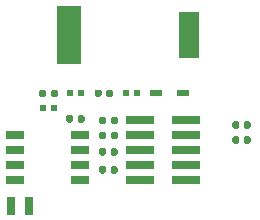
<source format=gbr>
%TF.GenerationSoftware,KiCad,Pcbnew,(5.1.6)-1*%
%TF.CreationDate,2023-04-02T22:45:57-07:00*%
%TF.ProjectId,Watch,57617463-682e-46b6-9963-61645f706362,rev?*%
%TF.SameCoordinates,Original*%
%TF.FileFunction,Paste,Bot*%
%TF.FilePolarity,Positive*%
%FSLAX46Y46*%
G04 Gerber Fmt 4.6, Leading zero omitted, Abs format (unit mm)*
G04 Created by KiCad (PCBNEW (5.1.6)-1) date 2023-04-02 22:45:57*
%MOMM*%
%LPD*%
G01*
G04 APERTURE LIST*
%ADD10R,1.700000X4.000000*%
%ADD11R,2.000000X5.000000*%
%ADD12R,0.800000X1.500000*%
%ADD13R,1.550000X0.700000*%
%ADD14R,1.050000X0.500000*%
%ADD15R,0.600000X0.620000*%
%ADD16R,2.400000X0.740000*%
G04 APERTURE END LIST*
D10*
%TO.C,C106*%
X151003000Y-79883000D03*
D11*
X140853000Y-79883000D03*
%TD*%
D12*
%TO.C,Y101*%
X135902000Y-94361000D03*
X137402000Y-94361000D03*
%TD*%
D13*
%TO.C,IC102*%
X141732000Y-92202000D03*
X141732000Y-90932000D03*
X141732000Y-89662000D03*
X141732000Y-88392000D03*
X136282000Y-88392000D03*
X136282000Y-89662000D03*
X136282000Y-90932000D03*
X136282000Y-92202000D03*
%TD*%
D14*
%TO.C,D101*%
X150490000Y-84836000D03*
X148214000Y-84836000D03*
%TD*%
D15*
%TO.C,C202*%
X141811000Y-84836000D03*
X140891000Y-84836000D03*
%TD*%
%TO.C,C201*%
X138605000Y-86106000D03*
X139525000Y-86106000D03*
%TD*%
%TO.C,C105*%
X146558000Y-84836000D03*
X145638000Y-84836000D03*
%TD*%
%TO.C,R203*%
G36*
G01*
X141161000Y-86822500D02*
X141161000Y-87167500D01*
G75*
G02*
X141013500Y-87315000I-147500J0D01*
G01*
X140718500Y-87315000D01*
G75*
G02*
X140571000Y-87167500I0J147500D01*
G01*
X140571000Y-86822500D01*
G75*
G02*
X140718500Y-86675000I147500J0D01*
G01*
X141013500Y-86675000D01*
G75*
G02*
X141161000Y-86822500I0J-147500D01*
G01*
G37*
G36*
G01*
X142131000Y-86822500D02*
X142131000Y-87167500D01*
G75*
G02*
X141983500Y-87315000I-147500J0D01*
G01*
X141688500Y-87315000D01*
G75*
G02*
X141541000Y-87167500I0J147500D01*
G01*
X141541000Y-86822500D01*
G75*
G02*
X141688500Y-86675000I147500J0D01*
G01*
X141983500Y-86675000D01*
G75*
G02*
X142131000Y-86822500I0J-147500D01*
G01*
G37*
%TD*%
%TO.C,R112*%
G36*
G01*
X144335000Y-91485500D02*
X144335000Y-91140500D01*
G75*
G02*
X144482500Y-90993000I147500J0D01*
G01*
X144777500Y-90993000D01*
G75*
G02*
X144925000Y-91140500I0J-147500D01*
G01*
X144925000Y-91485500D01*
G75*
G02*
X144777500Y-91633000I-147500J0D01*
G01*
X144482500Y-91633000D01*
G75*
G02*
X144335000Y-91485500I0J147500D01*
G01*
G37*
G36*
G01*
X143365000Y-91485500D02*
X143365000Y-91140500D01*
G75*
G02*
X143512500Y-90993000I147500J0D01*
G01*
X143807500Y-90993000D01*
G75*
G02*
X143955000Y-91140500I0J-147500D01*
G01*
X143955000Y-91485500D01*
G75*
G02*
X143807500Y-91633000I-147500J0D01*
G01*
X143512500Y-91633000D01*
G75*
G02*
X143365000Y-91485500I0J147500D01*
G01*
G37*
%TD*%
%TO.C,R111*%
G36*
G01*
X144335000Y-89961500D02*
X144335000Y-89616500D01*
G75*
G02*
X144482500Y-89469000I147500J0D01*
G01*
X144777500Y-89469000D01*
G75*
G02*
X144925000Y-89616500I0J-147500D01*
G01*
X144925000Y-89961500D01*
G75*
G02*
X144777500Y-90109000I-147500J0D01*
G01*
X144482500Y-90109000D01*
G75*
G02*
X144335000Y-89961500I0J147500D01*
G01*
G37*
G36*
G01*
X143365000Y-89961500D02*
X143365000Y-89616500D01*
G75*
G02*
X143512500Y-89469000I147500J0D01*
G01*
X143807500Y-89469000D01*
G75*
G02*
X143955000Y-89616500I0J-147500D01*
G01*
X143955000Y-89961500D01*
G75*
G02*
X143807500Y-90109000I-147500J0D01*
G01*
X143512500Y-90109000D01*
G75*
G02*
X143365000Y-89961500I0J147500D01*
G01*
G37*
%TD*%
%TO.C,R110*%
G36*
G01*
X144358000Y-87294500D02*
X144358000Y-86949500D01*
G75*
G02*
X144505500Y-86802000I147500J0D01*
G01*
X144800500Y-86802000D01*
G75*
G02*
X144948000Y-86949500I0J-147500D01*
G01*
X144948000Y-87294500D01*
G75*
G02*
X144800500Y-87442000I-147500J0D01*
G01*
X144505500Y-87442000D01*
G75*
G02*
X144358000Y-87294500I0J147500D01*
G01*
G37*
G36*
G01*
X143388000Y-87294500D02*
X143388000Y-86949500D01*
G75*
G02*
X143535500Y-86802000I147500J0D01*
G01*
X143830500Y-86802000D01*
G75*
G02*
X143978000Y-86949500I0J-147500D01*
G01*
X143978000Y-87294500D01*
G75*
G02*
X143830500Y-87442000I-147500J0D01*
G01*
X143535500Y-87442000D01*
G75*
G02*
X143388000Y-87294500I0J147500D01*
G01*
G37*
%TD*%
%TO.C,R109*%
G36*
G01*
X144358000Y-88564500D02*
X144358000Y-88219500D01*
G75*
G02*
X144505500Y-88072000I147500J0D01*
G01*
X144800500Y-88072000D01*
G75*
G02*
X144948000Y-88219500I0J-147500D01*
G01*
X144948000Y-88564500D01*
G75*
G02*
X144800500Y-88712000I-147500J0D01*
G01*
X144505500Y-88712000D01*
G75*
G02*
X144358000Y-88564500I0J147500D01*
G01*
G37*
G36*
G01*
X143388000Y-88564500D02*
X143388000Y-88219500D01*
G75*
G02*
X143535500Y-88072000I147500J0D01*
G01*
X143830500Y-88072000D01*
G75*
G02*
X143978000Y-88219500I0J-147500D01*
G01*
X143978000Y-88564500D01*
G75*
G02*
X143830500Y-88712000I-147500J0D01*
G01*
X143535500Y-88712000D01*
G75*
G02*
X143388000Y-88564500I0J147500D01*
G01*
G37*
%TD*%
%TO.C,R108*%
G36*
G01*
X155615000Y-87675500D02*
X155615000Y-87330500D01*
G75*
G02*
X155762500Y-87183000I147500J0D01*
G01*
X156057500Y-87183000D01*
G75*
G02*
X156205000Y-87330500I0J-147500D01*
G01*
X156205000Y-87675500D01*
G75*
G02*
X156057500Y-87823000I-147500J0D01*
G01*
X155762500Y-87823000D01*
G75*
G02*
X155615000Y-87675500I0J147500D01*
G01*
G37*
G36*
G01*
X154645000Y-87675500D02*
X154645000Y-87330500D01*
G75*
G02*
X154792500Y-87183000I147500J0D01*
G01*
X155087500Y-87183000D01*
G75*
G02*
X155235000Y-87330500I0J-147500D01*
G01*
X155235000Y-87675500D01*
G75*
G02*
X155087500Y-87823000I-147500J0D01*
G01*
X154792500Y-87823000D01*
G75*
G02*
X154645000Y-87675500I0J147500D01*
G01*
G37*
%TD*%
%TO.C,R107*%
G36*
G01*
X155615000Y-88945500D02*
X155615000Y-88600500D01*
G75*
G02*
X155762500Y-88453000I147500J0D01*
G01*
X156057500Y-88453000D01*
G75*
G02*
X156205000Y-88600500I0J-147500D01*
G01*
X156205000Y-88945500D01*
G75*
G02*
X156057500Y-89093000I-147500J0D01*
G01*
X155762500Y-89093000D01*
G75*
G02*
X155615000Y-88945500I0J147500D01*
G01*
G37*
G36*
G01*
X154645000Y-88945500D02*
X154645000Y-88600500D01*
G75*
G02*
X154792500Y-88453000I147500J0D01*
G01*
X155087500Y-88453000D01*
G75*
G02*
X155235000Y-88600500I0J-147500D01*
G01*
X155235000Y-88945500D01*
G75*
G02*
X155087500Y-89093000I-147500J0D01*
G01*
X154792500Y-89093000D01*
G75*
G02*
X154645000Y-88945500I0J147500D01*
G01*
G37*
%TD*%
%TO.C,R105*%
G36*
G01*
X143954000Y-85008500D02*
X143954000Y-84663500D01*
G75*
G02*
X144101500Y-84516000I147500J0D01*
G01*
X144396500Y-84516000D01*
G75*
G02*
X144544000Y-84663500I0J-147500D01*
G01*
X144544000Y-85008500D01*
G75*
G02*
X144396500Y-85156000I-147500J0D01*
G01*
X144101500Y-85156000D01*
G75*
G02*
X143954000Y-85008500I0J147500D01*
G01*
G37*
G36*
G01*
X142984000Y-85008500D02*
X142984000Y-84663500D01*
G75*
G02*
X143131500Y-84516000I147500J0D01*
G01*
X143426500Y-84516000D01*
G75*
G02*
X143574000Y-84663500I0J-147500D01*
G01*
X143574000Y-85008500D01*
G75*
G02*
X143426500Y-85156000I-147500J0D01*
G01*
X143131500Y-85156000D01*
G75*
G02*
X142984000Y-85008500I0J147500D01*
G01*
G37*
%TD*%
%TO.C,R104*%
G36*
G01*
X138898000Y-84663500D02*
X138898000Y-85008500D01*
G75*
G02*
X138750500Y-85156000I-147500J0D01*
G01*
X138455500Y-85156000D01*
G75*
G02*
X138308000Y-85008500I0J147500D01*
G01*
X138308000Y-84663500D01*
G75*
G02*
X138455500Y-84516000I147500J0D01*
G01*
X138750500Y-84516000D01*
G75*
G02*
X138898000Y-84663500I0J-147500D01*
G01*
G37*
G36*
G01*
X139868000Y-84663500D02*
X139868000Y-85008500D01*
G75*
G02*
X139720500Y-85156000I-147500J0D01*
G01*
X139425500Y-85156000D01*
G75*
G02*
X139278000Y-85008500I0J147500D01*
G01*
X139278000Y-84663500D01*
G75*
G02*
X139425500Y-84516000I147500J0D01*
G01*
X139720500Y-84516000D01*
G75*
G02*
X139868000Y-84663500I0J-147500D01*
G01*
G37*
%TD*%
D16*
%TO.C,J104*%
X146812000Y-92202000D03*
X150712000Y-92202000D03*
X146812000Y-90932000D03*
X150712000Y-90932000D03*
X146812000Y-89662000D03*
X150712000Y-89662000D03*
X146812000Y-88392000D03*
X150712000Y-88392000D03*
X146812000Y-87122000D03*
X150712000Y-87122000D03*
%TD*%
M02*

</source>
